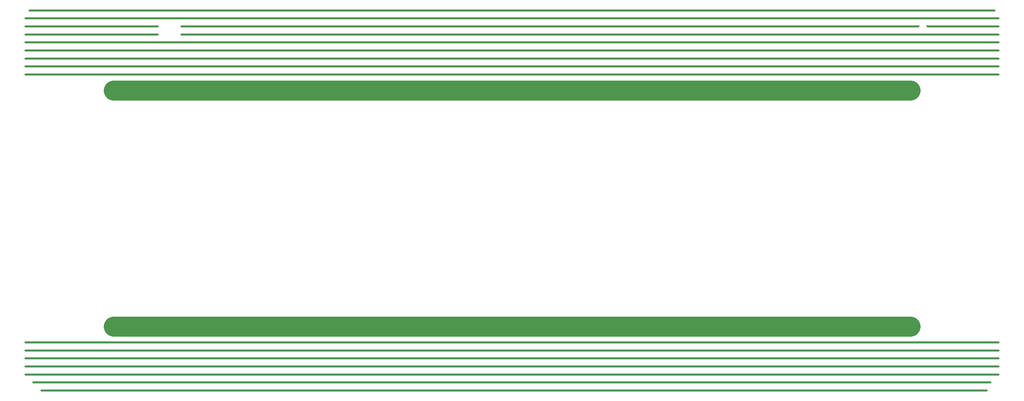
<source format=gto>
G04 #@! TF.GenerationSoftware,KiCad,Pcbnew,(5.1.9-0-10_14)*
G04 #@! TF.CreationDate,2021-12-01T15:47:24+09:00*
G04 #@! TF.ProjectId,slim_bottom_plate,736c696d-5f62-46f7-9474-6f6d5f706c61,1*
G04 #@! TF.SameCoordinates,PX1c9c380PY1c9c380*
G04 #@! TF.FileFunction,Legend,Top*
G04 #@! TF.FilePolarity,Positive*
%FSLAX46Y46*%
G04 Gerber Fmt 4.6, Leading zero omitted, Abs format (unit mm)*
G04 Created by KiCad (PCBNEW (5.1.9-0-10_14)) date 2021-12-01 15:47:24*
%MOMM*%
%LPD*%
G01*
G04 APERTURE LIST*
%ADD10C,0.500000*%
%ADD11C,5.000000*%
%ADD12C,0.150000*%
%ADD13C,2.200000*%
%ADD14C,4.400000*%
G04 APERTURE END LIST*
D10*
X35000000Y-8000000D02*
X2000000Y-8000000D01*
X35000000Y-6000000D02*
X2000000Y-6000000D01*
X3000000Y-2000000D02*
X244000000Y-2000000D01*
X2000000Y-4000000D02*
X245000000Y-4000000D01*
X41000000Y-6000000D02*
X245000000Y-6000000D01*
X41000000Y-8000000D02*
X245000000Y-8000000D01*
X2000000Y-10000000D02*
X245000000Y-10000000D01*
X2000000Y-12000000D02*
X245000000Y-12000000D01*
X2000000Y-14000000D02*
X245000000Y-14000000D01*
X2000000Y-16000000D02*
X245000000Y-16000000D01*
X2000000Y-18000000D02*
X245000000Y-18000000D01*
X6000000Y-97000000D02*
X242000000Y-97000000D01*
X4000000Y-95000000D02*
X243000000Y-95000000D01*
X2000000Y-93000000D02*
X245000000Y-93000000D01*
X2000000Y-91000000D02*
X245000000Y-91000000D01*
X2000000Y-89000000D02*
X245000000Y-89000000D01*
X2000000Y-87000000D02*
X245000000Y-87000000D01*
X2000000Y-85000000D02*
X245000000Y-85000000D01*
D11*
X223000000Y-22000000D02*
X24000000Y-22000000D01*
X24000000Y-81000000D02*
X223000000Y-81000000D01*
%LPC*%
D12*
X106547619Y-76852380D02*
X106214285Y-76376190D01*
X105976190Y-76852380D02*
X105976190Y-75852380D01*
X106357142Y-75852380D01*
X106452380Y-75900000D01*
X106500000Y-75947619D01*
X106547619Y-76042857D01*
X106547619Y-76185714D01*
X106500000Y-76280952D01*
X106452380Y-76328571D01*
X106357142Y-76376190D01*
X105976190Y-76376190D01*
X106976190Y-76328571D02*
X107309523Y-76328571D01*
X107452380Y-76852380D02*
X106976190Y-76852380D01*
X106976190Y-75852380D01*
X107452380Y-75852380D01*
X107738095Y-75852380D02*
X108071428Y-76852380D01*
X108404761Y-75852380D01*
X108738095Y-76852380D02*
X108738095Y-75852380D01*
X109214285Y-75852380D02*
X109214285Y-76661904D01*
X109261904Y-76757142D01*
X109309523Y-76804761D01*
X109404761Y-76852380D01*
X109595238Y-76852380D01*
X109690476Y-76804761D01*
X109738095Y-76757142D01*
X109785714Y-76661904D01*
X109785714Y-75852380D01*
X110261904Y-76852380D02*
X110261904Y-75852380D01*
X110833333Y-76852380D01*
X110833333Y-75852380D01*
X111833333Y-75900000D02*
X111738095Y-75852380D01*
X111595238Y-75852380D01*
X111452380Y-75900000D01*
X111357142Y-75995238D01*
X111309523Y-76090476D01*
X111261904Y-76280952D01*
X111261904Y-76423809D01*
X111309523Y-76614285D01*
X111357142Y-76709523D01*
X111452380Y-76804761D01*
X111595238Y-76852380D01*
X111690476Y-76852380D01*
X111833333Y-76804761D01*
X111880952Y-76757142D01*
X111880952Y-76423809D01*
X111690476Y-76423809D01*
X112785714Y-75852380D02*
X112309523Y-75852380D01*
X112261904Y-76328571D01*
X112309523Y-76280952D01*
X112404761Y-76233333D01*
X112642857Y-76233333D01*
X112738095Y-76280952D01*
X112785714Y-76328571D01*
X112833333Y-76423809D01*
X112833333Y-76661904D01*
X112785714Y-76757142D01*
X112738095Y-76804761D01*
X112642857Y-76852380D01*
X112404761Y-76852380D01*
X112309523Y-76804761D01*
X112261904Y-76757142D01*
X113166666Y-75852380D02*
X113785714Y-75852380D01*
X113452380Y-76233333D01*
X113595238Y-76233333D01*
X113690476Y-76280952D01*
X113738095Y-76328571D01*
X113785714Y-76423809D01*
X113785714Y-76661904D01*
X113738095Y-76757142D01*
X113690476Y-76804761D01*
X113595238Y-76852380D01*
X113309523Y-76852380D01*
X113214285Y-76804761D01*
X113166666Y-76757142D01*
X114976190Y-76852380D02*
X114976190Y-76185714D01*
X114976190Y-76376190D02*
X115023809Y-76280952D01*
X115071428Y-76233333D01*
X115166666Y-76185714D01*
X115261904Y-76185714D01*
X115976190Y-76804761D02*
X115880952Y-76852380D01*
X115690476Y-76852380D01*
X115595238Y-76804761D01*
X115547619Y-76709523D01*
X115547619Y-76328571D01*
X115595238Y-76233333D01*
X115690476Y-76185714D01*
X115880952Y-76185714D01*
X115976190Y-76233333D01*
X116023809Y-76328571D01*
X116023809Y-76423809D01*
X115547619Y-76519047D01*
X116357142Y-76185714D02*
X116595238Y-76852380D01*
X116833333Y-76185714D01*
X117738095Y-76852380D02*
X117166666Y-76852380D01*
X117452380Y-76852380D02*
X117452380Y-75852380D01*
X117357142Y-75995238D01*
X117261904Y-76090476D01*
X117166666Y-76138095D01*
X118166666Y-76757142D02*
X118214285Y-76804761D01*
X118166666Y-76852380D01*
X118119047Y-76804761D01*
X118166666Y-76757142D01*
X118166666Y-76852380D01*
X118833333Y-75852380D02*
X118928571Y-75852380D01*
X119023809Y-75900000D01*
X119071428Y-75947619D01*
X119119047Y-76042857D01*
X119166666Y-76233333D01*
X119166666Y-76471428D01*
X119119047Y-76661904D01*
X119071428Y-76757142D01*
X119023809Y-76804761D01*
X118928571Y-76852380D01*
X118833333Y-76852380D01*
X118738095Y-76804761D01*
X118690476Y-76757142D01*
X118642857Y-76661904D01*
X118595238Y-76471428D01*
X118595238Y-76233333D01*
X118642857Y-76042857D01*
X118690476Y-75947619D01*
X118738095Y-75900000D01*
X118833333Y-75852380D01*
X120357142Y-76852380D02*
X120357142Y-75852380D01*
X120595238Y-75852380D01*
X120738095Y-75900000D01*
X120833333Y-75995238D01*
X120880952Y-76090476D01*
X120928571Y-76280952D01*
X120928571Y-76423809D01*
X120880952Y-76614285D01*
X120833333Y-76709523D01*
X120738095Y-76804761D01*
X120595238Y-76852380D01*
X120357142Y-76852380D01*
X121738095Y-76804761D02*
X121642857Y-76852380D01*
X121452380Y-76852380D01*
X121357142Y-76804761D01*
X121309523Y-76709523D01*
X121309523Y-76328571D01*
X121357142Y-76233333D01*
X121452380Y-76185714D01*
X121642857Y-76185714D01*
X121738095Y-76233333D01*
X121785714Y-76328571D01*
X121785714Y-76423809D01*
X121309523Y-76519047D01*
X122166666Y-76804761D02*
X122261904Y-76852380D01*
X122452380Y-76852380D01*
X122547619Y-76804761D01*
X122595238Y-76709523D01*
X122595238Y-76661904D01*
X122547619Y-76566666D01*
X122452380Y-76519047D01*
X122309523Y-76519047D01*
X122214285Y-76471428D01*
X122166666Y-76376190D01*
X122166666Y-76328571D01*
X122214285Y-76233333D01*
X122309523Y-76185714D01*
X122452380Y-76185714D01*
X122547619Y-76233333D01*
X123023809Y-76852380D02*
X123023809Y-76185714D01*
X123023809Y-75852380D02*
X122976190Y-75900000D01*
X123023809Y-75947619D01*
X123071428Y-75900000D01*
X123023809Y-75852380D01*
X123023809Y-75947619D01*
X123928571Y-76185714D02*
X123928571Y-76995238D01*
X123880952Y-77090476D01*
X123833333Y-77138095D01*
X123738095Y-77185714D01*
X123595238Y-77185714D01*
X123499999Y-77138095D01*
X123928571Y-76804761D02*
X123833333Y-76852380D01*
X123642857Y-76852380D01*
X123547619Y-76804761D01*
X123499999Y-76757142D01*
X123452380Y-76661904D01*
X123452380Y-76376190D01*
X123499999Y-76280952D01*
X123547619Y-76233333D01*
X123642857Y-76185714D01*
X123833333Y-76185714D01*
X123928571Y-76233333D01*
X124404761Y-76185714D02*
X124404761Y-76852380D01*
X124404761Y-76280952D02*
X124452380Y-76233333D01*
X124547619Y-76185714D01*
X124690476Y-76185714D01*
X124785714Y-76233333D01*
X124833333Y-76328571D01*
X124833333Y-76852380D01*
X125690476Y-76804761D02*
X125595238Y-76852380D01*
X125404761Y-76852380D01*
X125309523Y-76804761D01*
X125261904Y-76709523D01*
X125261904Y-76328571D01*
X125309523Y-76233333D01*
X125404761Y-76185714D01*
X125595238Y-76185714D01*
X125690476Y-76233333D01*
X125738095Y-76328571D01*
X125738095Y-76423809D01*
X125261904Y-76519047D01*
X126595238Y-76852380D02*
X126595238Y-75852380D01*
X126595238Y-76804761D02*
X126499999Y-76852380D01*
X126309523Y-76852380D01*
X126214285Y-76804761D01*
X126166666Y-76757142D01*
X126119047Y-76661904D01*
X126119047Y-76376190D01*
X126166666Y-76280952D01*
X126214285Y-76233333D01*
X126309523Y-76185714D01*
X126499999Y-76185714D01*
X126595238Y-76233333D01*
X127833333Y-76852380D02*
X127833333Y-75852380D01*
X127833333Y-76233333D02*
X127928571Y-76185714D01*
X128119047Y-76185714D01*
X128214285Y-76233333D01*
X128261904Y-76280952D01*
X128309523Y-76376190D01*
X128309523Y-76661904D01*
X128261904Y-76757142D01*
X128214285Y-76804761D01*
X128119047Y-76852380D01*
X127928571Y-76852380D01*
X127833333Y-76804761D01*
X128642857Y-76185714D02*
X128880952Y-76852380D01*
X129119047Y-76185714D02*
X128880952Y-76852380D01*
X128785714Y-77090476D01*
X128738095Y-77138095D01*
X128642857Y-77185714D01*
X130690476Y-76185714D02*
X130690476Y-76995238D01*
X130642857Y-77090476D01*
X130595238Y-77138095D01*
X130499999Y-77185714D01*
X130357142Y-77185714D01*
X130261904Y-77138095D01*
X130690476Y-76804761D02*
X130595238Y-76852380D01*
X130404761Y-76852380D01*
X130309523Y-76804761D01*
X130261904Y-76757142D01*
X130214285Y-76661904D01*
X130214285Y-76376190D01*
X130261904Y-76280952D01*
X130309523Y-76233333D01*
X130404761Y-76185714D01*
X130595238Y-76185714D01*
X130690476Y-76233333D01*
X131023809Y-76185714D02*
X131404761Y-76185714D01*
X131166666Y-75852380D02*
X131166666Y-76709523D01*
X131214285Y-76804761D01*
X131309523Y-76852380D01*
X131404761Y-76852380D01*
X131738095Y-76852380D02*
X131738095Y-76185714D01*
X131738095Y-75852380D02*
X131690476Y-75900000D01*
X131738095Y-75947619D01*
X131785714Y-75900000D01*
X131738095Y-75852380D01*
X131738095Y-75947619D01*
X132214285Y-76185714D02*
X132214285Y-77185714D01*
X132214285Y-76233333D02*
X132309523Y-76185714D01*
X132499999Y-76185714D01*
X132595238Y-76233333D01*
X132642857Y-76280952D01*
X132690476Y-76376190D01*
X132690476Y-76661904D01*
X132642857Y-76757142D01*
X132595238Y-76804761D01*
X132499999Y-76852380D01*
X132309523Y-76852380D01*
X132214285Y-76804761D01*
X133071428Y-76804761D02*
X133166666Y-76852380D01*
X133357142Y-76852380D01*
X133452380Y-76804761D01*
X133499999Y-76709523D01*
X133499999Y-76661904D01*
X133452380Y-76566666D01*
X133357142Y-76519047D01*
X133214285Y-76519047D01*
X133119047Y-76471428D01*
X133071428Y-76376190D01*
X133071428Y-76328571D01*
X133119047Y-76233333D01*
X133214285Y-76185714D01*
X133357142Y-76185714D01*
X133452380Y-76233333D01*
X134642857Y-75947619D02*
X134690476Y-75900000D01*
X134785714Y-75852380D01*
X135023809Y-75852380D01*
X135119047Y-75900000D01*
X135166666Y-75947619D01*
X135214285Y-76042857D01*
X135214285Y-76138095D01*
X135166666Y-76280952D01*
X134595238Y-76852380D01*
X135214285Y-76852380D01*
X135833333Y-75852380D02*
X135928571Y-75852380D01*
X136023809Y-75900000D01*
X136071428Y-75947619D01*
X136119047Y-76042857D01*
X136166666Y-76233333D01*
X136166666Y-76471428D01*
X136119047Y-76661904D01*
X136071428Y-76757142D01*
X136023809Y-76804761D01*
X135928571Y-76852380D01*
X135833333Y-76852380D01*
X135738095Y-76804761D01*
X135690476Y-76757142D01*
X135642857Y-76661904D01*
X135595238Y-76471428D01*
X135595238Y-76233333D01*
X135642857Y-76042857D01*
X135690476Y-75947619D01*
X135738095Y-75900000D01*
X135833333Y-75852380D01*
X136547619Y-75947619D02*
X136595238Y-75900000D01*
X136690476Y-75852380D01*
X136928571Y-75852380D01*
X137023809Y-75900000D01*
X137071428Y-75947619D01*
X137119047Y-76042857D01*
X137119047Y-76138095D01*
X137071428Y-76280952D01*
X136499999Y-76852380D01*
X137119047Y-76852380D01*
X138071428Y-76852380D02*
X137499999Y-76852380D01*
X137785714Y-76852380D02*
X137785714Y-75852380D01*
X137690476Y-75995238D01*
X137595238Y-76090476D01*
X137499999Y-76138095D01*
D13*
X226160000Y-6600000D03*
D14*
X38140000Y-6620000D03*
M02*

</source>
